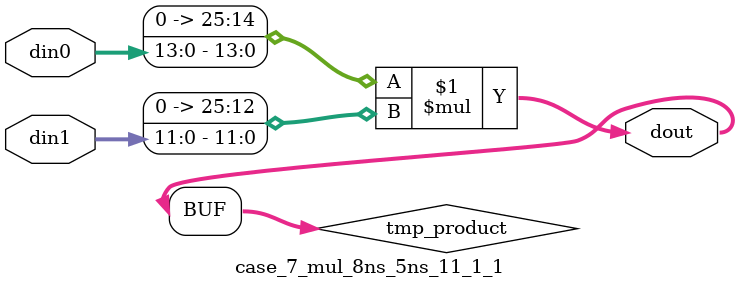
<source format=v>

`timescale 1 ns / 1 ps

 (* use_dsp = "no" *)  module case_7_mul_8ns_5ns_11_1_1(din0, din1, dout);
parameter ID = 1;
parameter NUM_STAGE = 0;
parameter din0_WIDTH = 14;
parameter din1_WIDTH = 12;
parameter dout_WIDTH = 26;

input [din0_WIDTH - 1 : 0] din0; 
input [din1_WIDTH - 1 : 0] din1; 
output [dout_WIDTH - 1 : 0] dout;

wire signed [dout_WIDTH - 1 : 0] tmp_product;
























assign tmp_product = $signed({1'b0, din0}) * $signed({1'b0, din1});











assign dout = tmp_product;





















endmodule

</source>
